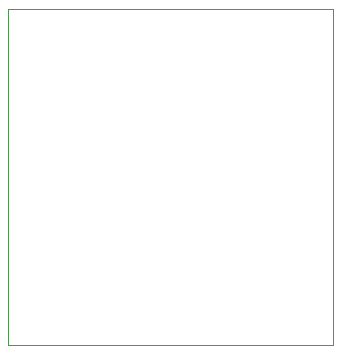
<source format=gbr>
G04 #@! TF.GenerationSoftware,KiCad,Pcbnew,8.0.6-8.0.6-0~ubuntu24.04.1*
G04 #@! TF.CreationDate,2024-10-23T13:15:14+03:00*
G04 #@! TF.ProjectId,imager_ILI9431,696d6167-6572-45f4-994c-49393433312e,rev?*
G04 #@! TF.SameCoordinates,Original*
G04 #@! TF.FileFunction,Profile,NP*
%FSLAX46Y46*%
G04 Gerber Fmt 4.6, Leading zero omitted, Abs format (unit mm)*
G04 Created by KiCad (PCBNEW 8.0.6-8.0.6-0~ubuntu24.04.1) date 2024-10-23 13:15:14*
%MOMM*%
%LPD*%
G01*
G04 APERTURE LIST*
G04 #@! TA.AperFunction,Profile*
%ADD10C,0.050000*%
G04 #@! TD*
G04 APERTURE END LIST*
D10*
X88250000Y-89900000D02*
X115700000Y-89900000D01*
X115700000Y-118400000D01*
X88250000Y-118400000D01*
X88250000Y-89900000D01*
M02*

</source>
